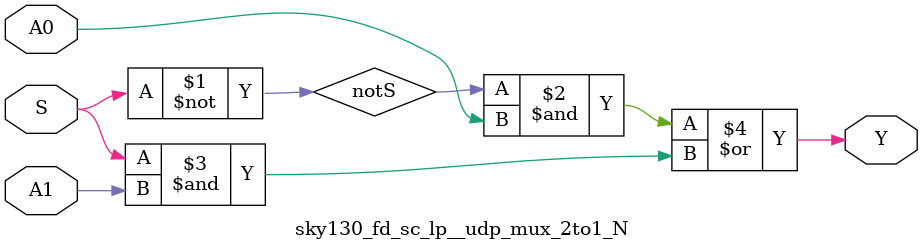
<source format=v>
module sky130_fd_sc_lp__udp_mux_2to1_N (
    //# {{data|Data Signals}}
    input  A0,
    input  A1,
    output Y ,

    //# {{control|Control Signals}}
    input  S
);
    wire notS;
    assign notS = ~S;
    assign Y = (notS & A0) | (S & A1);
endmodule
</source>
